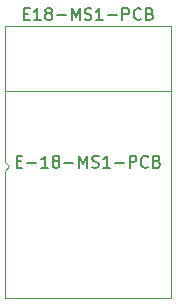
<source format=gbr>
%TF.GenerationSoftware,KiCad,Pcbnew,5.1.9-73d0e3b20d~88~ubuntu20.04.1*%
%TF.CreationDate,2021-04-17T15:00:08+02:00*%
%TF.ProjectId,e18sock,65313873-6f63-46b2-9e6b-696361645f70,rev?*%
%TF.SameCoordinates,Original*%
%TF.FileFunction,Other,Fab,Top*%
%FSLAX46Y46*%
G04 Gerber Fmt 4.6, Leading zero omitted, Abs format (unit mm)*
G04 Created by KiCad (PCBNEW 5.1.9-73d0e3b20d~88~ubuntu20.04.1) date 2021-04-17 15:00:08*
%MOMM*%
%LPD*%
G01*
G04 APERTURE LIST*
%ADD10C,0.100000*%
%ADD11C,0.150000*%
G04 APERTURE END LIST*
D10*
%TO.C,E-18-MS1-PCB*%
X137860000Y-50870000D02*
X123760000Y-50870000D01*
X123760000Y-27870000D02*
X137860000Y-27870000D01*
X137860000Y-27870000D02*
X137860000Y-50870000D01*
X137860000Y-33370000D02*
X123760000Y-33370000D01*
X123760000Y-39370000D02*
X124110000Y-39720000D01*
X124110000Y-39720000D02*
X123760000Y-40070000D01*
X123760000Y-27870000D02*
X123760000Y-39370000D01*
X123760000Y-40070000D02*
X123760000Y-50870000D01*
%TD*%
%TO.C,E-18-MS1-PCB*%
D11*
X125381428Y-26798571D02*
X125714761Y-26798571D01*
X125857619Y-27322380D02*
X125381428Y-27322380D01*
X125381428Y-26322380D01*
X125857619Y-26322380D01*
X126810000Y-27322380D02*
X126238571Y-27322380D01*
X126524285Y-27322380D02*
X126524285Y-26322380D01*
X126429047Y-26465238D01*
X126333809Y-26560476D01*
X126238571Y-26608095D01*
X127381428Y-26750952D02*
X127286190Y-26703333D01*
X127238571Y-26655714D01*
X127190952Y-26560476D01*
X127190952Y-26512857D01*
X127238571Y-26417619D01*
X127286190Y-26370000D01*
X127381428Y-26322380D01*
X127571904Y-26322380D01*
X127667142Y-26370000D01*
X127714761Y-26417619D01*
X127762380Y-26512857D01*
X127762380Y-26560476D01*
X127714761Y-26655714D01*
X127667142Y-26703333D01*
X127571904Y-26750952D01*
X127381428Y-26750952D01*
X127286190Y-26798571D01*
X127238571Y-26846190D01*
X127190952Y-26941428D01*
X127190952Y-27131904D01*
X127238571Y-27227142D01*
X127286190Y-27274761D01*
X127381428Y-27322380D01*
X127571904Y-27322380D01*
X127667142Y-27274761D01*
X127714761Y-27227142D01*
X127762380Y-27131904D01*
X127762380Y-26941428D01*
X127714761Y-26846190D01*
X127667142Y-26798571D01*
X127571904Y-26750952D01*
X128190952Y-26941428D02*
X128952857Y-26941428D01*
X129429047Y-27322380D02*
X129429047Y-26322380D01*
X129762380Y-27036666D01*
X130095714Y-26322380D01*
X130095714Y-27322380D01*
X130524285Y-27274761D02*
X130667142Y-27322380D01*
X130905238Y-27322380D01*
X131000476Y-27274761D01*
X131048095Y-27227142D01*
X131095714Y-27131904D01*
X131095714Y-27036666D01*
X131048095Y-26941428D01*
X131000476Y-26893809D01*
X130905238Y-26846190D01*
X130714761Y-26798571D01*
X130619523Y-26750952D01*
X130571904Y-26703333D01*
X130524285Y-26608095D01*
X130524285Y-26512857D01*
X130571904Y-26417619D01*
X130619523Y-26370000D01*
X130714761Y-26322380D01*
X130952857Y-26322380D01*
X131095714Y-26370000D01*
X132048095Y-27322380D02*
X131476666Y-27322380D01*
X131762380Y-27322380D02*
X131762380Y-26322380D01*
X131667142Y-26465238D01*
X131571904Y-26560476D01*
X131476666Y-26608095D01*
X132476666Y-26941428D02*
X133238571Y-26941428D01*
X133714761Y-27322380D02*
X133714761Y-26322380D01*
X134095714Y-26322380D01*
X134190952Y-26370000D01*
X134238571Y-26417619D01*
X134286190Y-26512857D01*
X134286190Y-26655714D01*
X134238571Y-26750952D01*
X134190952Y-26798571D01*
X134095714Y-26846190D01*
X133714761Y-26846190D01*
X135286190Y-27227142D02*
X135238571Y-27274761D01*
X135095714Y-27322380D01*
X135000476Y-27322380D01*
X134857619Y-27274761D01*
X134762380Y-27179523D01*
X134714761Y-27084285D01*
X134667142Y-26893809D01*
X134667142Y-26750952D01*
X134714761Y-26560476D01*
X134762380Y-26465238D01*
X134857619Y-26370000D01*
X135000476Y-26322380D01*
X135095714Y-26322380D01*
X135238571Y-26370000D01*
X135286190Y-26417619D01*
X136048095Y-26798571D02*
X136190952Y-26846190D01*
X136238571Y-26893809D01*
X136286190Y-26989047D01*
X136286190Y-27131904D01*
X136238571Y-27227142D01*
X136190952Y-27274761D01*
X136095714Y-27322380D01*
X135714761Y-27322380D01*
X135714761Y-26322380D01*
X136048095Y-26322380D01*
X136143333Y-26370000D01*
X136190952Y-26417619D01*
X136238571Y-26512857D01*
X136238571Y-26608095D01*
X136190952Y-26703333D01*
X136143333Y-26750952D01*
X136048095Y-26798571D01*
X135714761Y-26798571D01*
X124762380Y-39298571D02*
X125095714Y-39298571D01*
X125238571Y-39822380D02*
X124762380Y-39822380D01*
X124762380Y-38822380D01*
X125238571Y-38822380D01*
X125667142Y-39441428D02*
X126429047Y-39441428D01*
X127429047Y-39822380D02*
X126857619Y-39822380D01*
X127143333Y-39822380D02*
X127143333Y-38822380D01*
X127048095Y-38965238D01*
X126952857Y-39060476D01*
X126857619Y-39108095D01*
X128000476Y-39250952D02*
X127905238Y-39203333D01*
X127857619Y-39155714D01*
X127810000Y-39060476D01*
X127810000Y-39012857D01*
X127857619Y-38917619D01*
X127905238Y-38870000D01*
X128000476Y-38822380D01*
X128190952Y-38822380D01*
X128286190Y-38870000D01*
X128333809Y-38917619D01*
X128381428Y-39012857D01*
X128381428Y-39060476D01*
X128333809Y-39155714D01*
X128286190Y-39203333D01*
X128190952Y-39250952D01*
X128000476Y-39250952D01*
X127905238Y-39298571D01*
X127857619Y-39346190D01*
X127810000Y-39441428D01*
X127810000Y-39631904D01*
X127857619Y-39727142D01*
X127905238Y-39774761D01*
X128000476Y-39822380D01*
X128190952Y-39822380D01*
X128286190Y-39774761D01*
X128333809Y-39727142D01*
X128381428Y-39631904D01*
X128381428Y-39441428D01*
X128333809Y-39346190D01*
X128286190Y-39298571D01*
X128190952Y-39250952D01*
X128810000Y-39441428D02*
X129571904Y-39441428D01*
X130048095Y-39822380D02*
X130048095Y-38822380D01*
X130381428Y-39536666D01*
X130714761Y-38822380D01*
X130714761Y-39822380D01*
X131143333Y-39774761D02*
X131286190Y-39822380D01*
X131524285Y-39822380D01*
X131619523Y-39774761D01*
X131667142Y-39727142D01*
X131714761Y-39631904D01*
X131714761Y-39536666D01*
X131667142Y-39441428D01*
X131619523Y-39393809D01*
X131524285Y-39346190D01*
X131333809Y-39298571D01*
X131238571Y-39250952D01*
X131190952Y-39203333D01*
X131143333Y-39108095D01*
X131143333Y-39012857D01*
X131190952Y-38917619D01*
X131238571Y-38870000D01*
X131333809Y-38822380D01*
X131571904Y-38822380D01*
X131714761Y-38870000D01*
X132667142Y-39822380D02*
X132095714Y-39822380D01*
X132381428Y-39822380D02*
X132381428Y-38822380D01*
X132286190Y-38965238D01*
X132190952Y-39060476D01*
X132095714Y-39108095D01*
X133095714Y-39441428D02*
X133857619Y-39441428D01*
X134333809Y-39822380D02*
X134333809Y-38822380D01*
X134714761Y-38822380D01*
X134810000Y-38870000D01*
X134857619Y-38917619D01*
X134905238Y-39012857D01*
X134905238Y-39155714D01*
X134857619Y-39250952D01*
X134810000Y-39298571D01*
X134714761Y-39346190D01*
X134333809Y-39346190D01*
X135905238Y-39727142D02*
X135857619Y-39774761D01*
X135714761Y-39822380D01*
X135619523Y-39822380D01*
X135476666Y-39774761D01*
X135381428Y-39679523D01*
X135333809Y-39584285D01*
X135286190Y-39393809D01*
X135286190Y-39250952D01*
X135333809Y-39060476D01*
X135381428Y-38965238D01*
X135476666Y-38870000D01*
X135619523Y-38822380D01*
X135714761Y-38822380D01*
X135857619Y-38870000D01*
X135905238Y-38917619D01*
X136667142Y-39298571D02*
X136810000Y-39346190D01*
X136857619Y-39393809D01*
X136905238Y-39489047D01*
X136905238Y-39631904D01*
X136857619Y-39727142D01*
X136810000Y-39774761D01*
X136714761Y-39822380D01*
X136333809Y-39822380D01*
X136333809Y-38822380D01*
X136667142Y-38822380D01*
X136762380Y-38870000D01*
X136810000Y-38917619D01*
X136857619Y-39012857D01*
X136857619Y-39108095D01*
X136810000Y-39203333D01*
X136762380Y-39250952D01*
X136667142Y-39298571D01*
X136333809Y-39298571D01*
%TD*%
M02*

</source>
